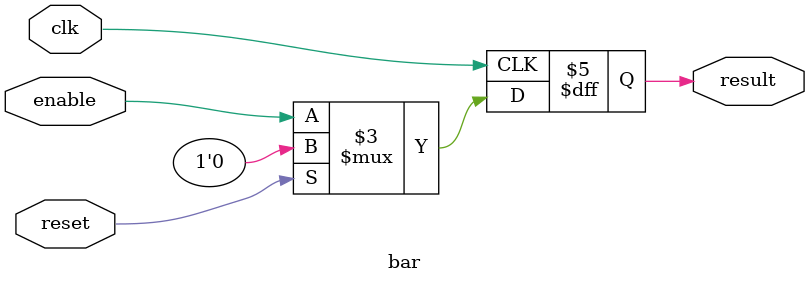
<source format=v>
/*----------------------------------------------------------------------
 *
 * module description here
 *
 *---------------------------------------------------------------------*/


module foo

  (/*AUTOARG*/
  // Outputs
  result_0, result_1,
  // Inputs
  clk, reset, enable_a
  );

  //----------------------------------------
  input                 clk;

  input                 reset;

  input                 enable_a;

  output                result_0;
  output                result_1;
  //----------------------------------------

  /*----------------------------------------------------------------*/

  /*-AUTOUNUSED-*/

  /*AUTOINPUT*/

  /*AUTOOUTPUT*/

  /*-AUTOREGINPUT-*/

  /*AUTOREG*/

  /*AUTOWIRE*/

  /*------------------------------------------------------------------
   *
   * local definitions and connections.
   *
   * */

  wire                  enable_0, enable_1;

  assign                enable_0 = 1'd1;
  assign                enable_1 = enable_a;

  /*------------------------------------------------------------------
   *
   *
   *
   * */

  /* bar AUTO_TEMPLATE (
   .enable (enable_@),
   .result (result_@),
   ) */
  bar bar0
    (/*AUTOINST*/
     // Outputs
     .result                            (result_0),              // Templated
     // Inputs
     .clk                               (clk),
     .enable                            (enable_0),              // Templated
     .reset                             (reset));

  bar bar1
    (/*AUTOINST*/
     // Outputs
     .result                            (result_1),              // Templated
     // Inputs
     .clk                               (clk),
     .enable                            (enable_1),              // Templated
     .reset                             (reset));

  /*----------------------------------------------------------------*/

endmodule // foo


// Local Variables:
// verilog-library-directories:(".")
// verilog-library-extensions:(".v")
// End:
/*----------------------------------------------------------------------
 *
 * module description here
 *
 *---------------------------------------------------------------------*/


module bar

  (/*AUTOARG*/
  // Outputs
  result,
  // Inputs
  clk, enable, reset
  );

  //----------------------------------------
  input                 clk;
  input                 enable;

  input                 reset;

  output                result;
  //----------------------------------------

  /*----------------------------------------------------------------*/

  /*-AUTOUNUSED-*/

  /*AUTOINPUT*/

  /*AUTOOUTPUT*/

  /*-AUTOREGINPUT-*/

  /*AUTOREG*/
  // Beginning of automatic regs (for this module's undeclared outputs)
  reg                   result;
  // End of automatics

  /*AUTOWIRE*/

  /*------------------------------------------------------------------
   *
   * local definitions and connections.
   *
   * */

  /*------------------------------------------------------------------
   *
   *
   *
   * */

  always @ (posedge clk) begin
    if (reset) begin
      result <= 1'd0;
    end else begin
      result <= enable;
    end
  end

  /*----------------------------------------------------------------*/

endmodule // bar


// Local Variables:
// verilog-library-directories:(".")
// verilog-library-extensions:(".v")
// End:

</source>
